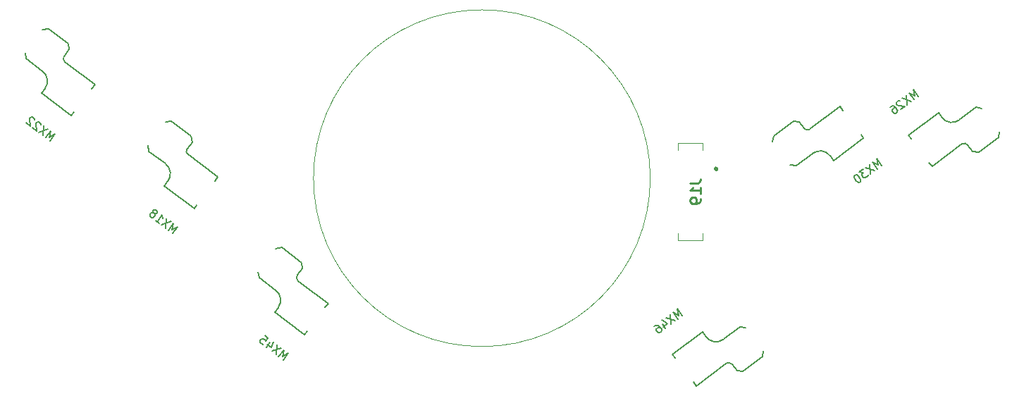
<source format=gbr>
G04 #@! TF.GenerationSoftware,KiCad,Pcbnew,(5.1.4)-1*
G04 #@! TF.CreationDate,2024-04-24T20:57:57-04:00*
G04 #@! TF.ProjectId,ThumbsUp,5468756d-6273-4557-902e-6b696361645f,rev?*
G04 #@! TF.SameCoordinates,Original*
G04 #@! TF.FileFunction,Legend,Bot*
G04 #@! TF.FilePolarity,Positive*
%FSLAX46Y46*%
G04 Gerber Fmt 4.6, Leading zero omitted, Abs format (unit mm)*
G04 Created by KiCad (PCBNEW (5.1.4)-1) date 2024-04-24 20:57:57*
%MOMM*%
%LPD*%
G04 APERTURE LIST*
%ADD10C,0.120000*%
%ADD11C,0.150000*%
%ADD12C,0.100000*%
%ADD13C,0.400000*%
%ADD14C,0.254000*%
G04 APERTURE END LIST*
D10*
X376079928Y-12550000D02*
G75*
G03X376079928Y-12550000I-20229928J0D01*
G01*
D11*
X378762274Y-33760658D02*
X379063181Y-34159976D01*
X382356134Y-31052491D02*
X378762274Y-33760658D01*
X382777404Y-31611536D02*
X382356134Y-31052491D01*
X385184665Y-34806077D02*
G75*
G02X385884890Y-34904488I300907J-399318D01*
G01*
X389582836Y-33996089D02*
X387186930Y-35801534D01*
X389681247Y-33295863D02*
X389582836Y-33996089D01*
X387574894Y-30500639D02*
X386874669Y-30402229D01*
X381590805Y-37514245D02*
X385184664Y-34806078D01*
X385884890Y-34904488D02*
X386486705Y-35703123D01*
X387186930Y-35801534D02*
X386486705Y-35703123D01*
X384878081Y-31906767D02*
G75*
G02X382777404Y-31611536I-902723J1197954D01*
G01*
X386874669Y-30402229D02*
X384878080Y-31906766D01*
X381229716Y-37035064D02*
X381590805Y-37514245D01*
X334543171Y-31364752D02*
X334844079Y-30965434D01*
X330949311Y-28656584D02*
X334543171Y-31364752D01*
X331370582Y-28097539D02*
X330949311Y-28656584D01*
X333777841Y-24902997D02*
G75*
G02X333679432Y-24202772I300908J399317D01*
G01*
X331786930Y-20898466D02*
X334182836Y-22703911D01*
X331086705Y-20996877D02*
X331786930Y-20898466D01*
X328980352Y-23792101D02*
X329078762Y-24492326D01*
X337371702Y-27611165D02*
X333777842Y-24902997D01*
X333679432Y-24202772D02*
X334281247Y-23404137D01*
X334182836Y-22703911D02*
X334281247Y-23404137D01*
X331075351Y-25996864D02*
G75*
G02X331370582Y-28097539I-902722J-1197953D01*
G01*
X329078762Y-24492326D02*
X331075351Y-25996864D01*
X337010613Y-28090346D02*
X337371702Y-27611165D01*
X401702757Y-7717981D02*
X401401850Y-7318663D01*
X398108897Y-10426148D02*
X401702757Y-7717981D01*
X397687627Y-9867103D02*
X398108897Y-10426148D01*
X395280366Y-6672562D02*
G75*
G02X394580141Y-6574151I-300907J399318D01*
G01*
X390882195Y-7482550D02*
X393278101Y-5677105D01*
X390783784Y-8182776D02*
X390882195Y-7482550D01*
X392890137Y-10978000D02*
X393590362Y-11076410D01*
X398874226Y-3964394D02*
X395280367Y-6672561D01*
X394580141Y-6574151D02*
X393978326Y-5775516D01*
X393278101Y-5677105D02*
X393978326Y-5775516D01*
X395586950Y-9571872D02*
G75*
G02X397687627Y-9867103I902723J-1197954D01*
G01*
X393590362Y-11076410D02*
X395586951Y-9571873D01*
X399235315Y-4443575D02*
X398874226Y-3964394D01*
X407102062Y-7405719D02*
X407402969Y-7805037D01*
X410695922Y-4697552D02*
X407102062Y-7405719D01*
X411117192Y-5256597D02*
X410695922Y-4697552D01*
X413524453Y-8451138D02*
G75*
G02X414224678Y-8549549I300907J-399318D01*
G01*
X417922624Y-7641150D02*
X415526718Y-9446595D01*
X418021035Y-6940924D02*
X417922624Y-7641150D01*
X415914682Y-4145700D02*
X415214457Y-4047290D01*
X409930593Y-11159306D02*
X413524452Y-8451139D01*
X414224678Y-8549549D02*
X414826493Y-9348184D01*
X415526718Y-9446595D02*
X414826493Y-9348184D01*
X413217869Y-5551828D02*
G75*
G02X411117192Y-5256597I-902723J1197954D01*
G01*
X415214457Y-4047290D02*
X413217868Y-5551827D01*
X409569504Y-10680125D02*
X409930593Y-11159306D01*
X306525678Y-5042415D02*
X306826586Y-4643097D01*
X302931818Y-2334247D02*
X306525678Y-5042415D01*
X303353089Y-1775202D02*
X302931818Y-2334247D01*
X305760348Y1419340D02*
G75*
G02X305661939Y2119565I300908J399317D01*
G01*
X303769437Y5423871D02*
X306165343Y3618426D01*
X303069212Y5325460D02*
X303769437Y5423871D01*
X300962859Y2530236D02*
X301061269Y1830011D01*
X309354209Y-1288828D02*
X305760349Y1419340D01*
X305661939Y2119565D02*
X306263754Y2918200D01*
X306165343Y3618426D02*
X306263754Y2918200D01*
X303057858Y325473D02*
G75*
G02X303353089Y-1775202I-902722J-1197953D01*
G01*
X301061269Y1830011D02*
X303057858Y325473D01*
X308993120Y-1768009D02*
X309354209Y-1288828D01*
X321300435Y-16175992D02*
X321601343Y-15776674D01*
X317706575Y-13467824D02*
X321300435Y-16175992D01*
X318127846Y-12908779D02*
X317706575Y-13467824D01*
X320535105Y-9714237D02*
G75*
G02X320436696Y-9014012I300908J399317D01*
G01*
X318544194Y-5709706D02*
X320940100Y-7515151D01*
X317843969Y-5808117D02*
X318544194Y-5709706D01*
X315737616Y-8603341D02*
X315836026Y-9303566D01*
X324128966Y-12422405D02*
X320535106Y-9714237D01*
X320436696Y-9014012D02*
X321038511Y-8215377D01*
X320940100Y-7515151D02*
X321038511Y-8215377D01*
X317832615Y-10808104D02*
G75*
G02X318127846Y-12908779I-902722J-1197953D01*
G01*
X315836026Y-9303566D02*
X317832615Y-10808104D01*
X323767877Y-12901586D02*
X324128966Y-12422405D01*
D12*
X379400000Y-9150000D02*
X379400000Y-8300000D01*
X379400000Y-8300000D02*
X382400000Y-8300000D01*
X382400000Y-8300000D02*
X382400000Y-9150000D01*
X379400000Y-19150000D02*
X379400000Y-20000000D01*
X379400000Y-20000000D02*
X382400000Y-20000000D01*
X382400000Y-20000000D02*
X382400000Y-19150000D01*
D13*
X383950000Y-11450000D02*
X383950000Y-11450000D01*
X383950000Y-11350000D02*
X383950000Y-11350000D01*
X383950000Y-11350000D02*
G75*
G03X383950000Y-11450000I0J-50000D01*
G01*
X383950000Y-11450000D02*
G75*
G03X383950000Y-11350000I0J50000D01*
G01*
D11*
X379932561Y-29062750D02*
X379330746Y-28264115D01*
X379494402Y-29035174D01*
X378798322Y-28665325D01*
X379400137Y-29463960D01*
X378494080Y-28894588D02*
X378563471Y-30094433D01*
X377961656Y-29295798D02*
X379095895Y-29693223D01*
X377515747Y-30049193D02*
X377916957Y-30581617D01*
X377476635Y-29601662D02*
X378096655Y-30028826D01*
X377602261Y-30401378D01*
X376554537Y-30356138D02*
X376706658Y-30241507D01*
X376811376Y-30222221D01*
X376878064Y-30231594D01*
X377040098Y-30288369D01*
X377192760Y-30411832D01*
X377422023Y-30716074D01*
X377441308Y-30820793D01*
X377431936Y-30887481D01*
X377384533Y-30982827D01*
X377232412Y-31097458D01*
X377127694Y-31116744D01*
X377061006Y-31107371D01*
X376965660Y-31059969D01*
X376822370Y-30869817D01*
X376803085Y-30765099D01*
X376812457Y-30698411D01*
X376859860Y-30603065D01*
X377011981Y-30488433D01*
X377116700Y-30469148D01*
X377183388Y-30478520D01*
X377278734Y-30525923D01*
X331974418Y-34377974D02*
X332576233Y-33579338D01*
X331880153Y-33949187D01*
X332043809Y-33178128D01*
X331441994Y-33976764D01*
X331739567Y-32948865D02*
X330605328Y-33346291D01*
X331207143Y-32547655D02*
X331137752Y-33747501D01*
X330360024Y-32326684D02*
X329958814Y-32859107D01*
X330779438Y-32165731D02*
X330539721Y-32879474D01*
X330045328Y-32506922D01*
X329761993Y-31458657D02*
X330142296Y-31745235D01*
X329893747Y-32154196D01*
X329884375Y-32087508D01*
X329836972Y-31992162D01*
X329646821Y-31848872D01*
X329542103Y-31829587D01*
X329475415Y-31838959D01*
X329380069Y-31886362D01*
X329236779Y-32076513D01*
X329217494Y-32181232D01*
X329226866Y-32247920D01*
X329274269Y-32343266D01*
X329464420Y-32486555D01*
X329569139Y-32505841D01*
X329635827Y-32496468D01*
X403891208Y-11017781D02*
X403289393Y-10219146D01*
X403453049Y-10990205D01*
X402756969Y-10620356D01*
X403358784Y-11418991D01*
X402452727Y-10849619D02*
X402522118Y-12049464D01*
X401920303Y-11250829D02*
X403054542Y-11648254D01*
X401692122Y-11422776D02*
X401197728Y-11795328D01*
X401693203Y-11898965D01*
X401579112Y-11984939D01*
X401531710Y-12080285D01*
X401522337Y-12146973D01*
X401541623Y-12251691D01*
X401684912Y-12441842D01*
X401780258Y-12489245D01*
X401846946Y-12498617D01*
X401951664Y-12479332D01*
X402179846Y-12307385D01*
X402227249Y-12212039D01*
X402236621Y-12145351D01*
X400703335Y-12167880D02*
X400627274Y-12225196D01*
X400579872Y-12320542D01*
X400570499Y-12387230D01*
X400589785Y-12491948D01*
X400666386Y-12672727D01*
X400809675Y-12862879D01*
X400962337Y-12986342D01*
X401057683Y-13033744D01*
X401124371Y-13043117D01*
X401229089Y-13023831D01*
X401305150Y-12966516D01*
X401352553Y-12871170D01*
X401361925Y-12804481D01*
X401342640Y-12699763D01*
X401266038Y-12518984D01*
X401122749Y-12328833D01*
X400970087Y-12205370D01*
X400874741Y-12157967D01*
X400808053Y-12148595D01*
X400703335Y-12167880D01*
X408272349Y-2707811D02*
X407670534Y-1909176D01*
X407834190Y-2680235D01*
X407138110Y-2310386D01*
X407739925Y-3109021D01*
X406833868Y-2539649D02*
X406903259Y-3739494D01*
X406301444Y-2940859D02*
X407435683Y-3338284D01*
X406092548Y-3217524D02*
X406025860Y-3208152D01*
X405921142Y-3227437D01*
X405730990Y-3370726D01*
X405683588Y-3466072D01*
X405674215Y-3532761D01*
X405693501Y-3637479D01*
X405750817Y-3713540D01*
X405874820Y-3798972D01*
X406675078Y-3911441D01*
X406180684Y-4283993D01*
X404894325Y-4001199D02*
X405046446Y-3886568D01*
X405151164Y-3867282D01*
X405217852Y-3876655D01*
X405379886Y-3933430D01*
X405532548Y-4056893D01*
X405761811Y-4361135D01*
X405781096Y-4465854D01*
X405771724Y-4532542D01*
X405724321Y-4627888D01*
X405572200Y-4742519D01*
X405467482Y-4761805D01*
X405400794Y-4752432D01*
X405305448Y-4705030D01*
X405162158Y-4514878D01*
X405142873Y-4410160D01*
X405152245Y-4343472D01*
X405199648Y-4248126D01*
X405351769Y-4133494D01*
X405456488Y-4114209D01*
X405523176Y-4123581D01*
X405618522Y-4170984D01*
X303956925Y-8055637D02*
X304558740Y-7257001D01*
X303862660Y-7626850D01*
X304026316Y-6855791D01*
X303424501Y-7654427D01*
X303722074Y-6626528D02*
X302587835Y-7023954D01*
X303189650Y-6225318D02*
X303120259Y-7425164D01*
X302866123Y-6100774D02*
X302856750Y-6034086D01*
X302809348Y-5938740D01*
X302619196Y-5795450D01*
X302514478Y-5776165D01*
X302447790Y-5785537D01*
X302352444Y-5832940D01*
X302295128Y-5909001D01*
X302247185Y-6051749D01*
X302359654Y-6852007D01*
X301865260Y-6479455D01*
X302105517Y-5527617D02*
X302096145Y-5460929D01*
X302048742Y-5365583D01*
X301858591Y-5222293D01*
X301753873Y-5203008D01*
X301687184Y-5212380D01*
X301591838Y-5259783D01*
X301534523Y-5335843D01*
X301486579Y-5478592D01*
X301599048Y-6278850D01*
X301104655Y-5906297D01*
X318731682Y-19189214D02*
X319333497Y-18390578D01*
X318637417Y-18760427D01*
X318801073Y-17989368D01*
X318199258Y-18788004D01*
X318496831Y-17760105D02*
X317362592Y-18157531D01*
X317964407Y-17358895D02*
X317895016Y-18558741D01*
X316640017Y-17613032D02*
X317096380Y-17956926D01*
X316868199Y-17784979D02*
X317470014Y-16986343D01*
X317460101Y-17157750D01*
X317478845Y-17291126D01*
X317526248Y-17386472D01*
X316527548Y-16812774D02*
X316632267Y-16832060D01*
X316698955Y-16822687D01*
X316794301Y-16775284D01*
X316822959Y-16737254D01*
X316842244Y-16632536D01*
X316832872Y-16565848D01*
X316785469Y-16470502D01*
X316633348Y-16355870D01*
X316528630Y-16336585D01*
X316461941Y-16345957D01*
X316366595Y-16393360D01*
X316337938Y-16431390D01*
X316318652Y-16536109D01*
X316328025Y-16602797D01*
X316375427Y-16698143D01*
X316527548Y-16812774D01*
X316574951Y-16908120D01*
X316584323Y-16974808D01*
X316565038Y-17079527D01*
X316450406Y-17231648D01*
X316355060Y-17279050D01*
X316288372Y-17288423D01*
X316183654Y-17269137D01*
X316031533Y-17154506D01*
X315984130Y-17059160D01*
X315974758Y-16992472D01*
X315994043Y-16887753D01*
X316108675Y-16735632D01*
X316204021Y-16688230D01*
X316270709Y-16678857D01*
X316375427Y-16698143D01*
D14*
X380854523Y-13121904D02*
X381761666Y-13121904D01*
X381943095Y-13061428D01*
X382064047Y-12940476D01*
X382124523Y-12759047D01*
X382124523Y-12638095D01*
X382124523Y-14391904D02*
X382124523Y-13666190D01*
X382124523Y-14029047D02*
X380854523Y-14029047D01*
X381035952Y-13908095D01*
X381156904Y-13787142D01*
X381217380Y-13666190D01*
X382124523Y-14996666D02*
X382124523Y-15238571D01*
X382064047Y-15359523D01*
X382003571Y-15420000D01*
X381822142Y-15540952D01*
X381580238Y-15601428D01*
X381096428Y-15601428D01*
X380975476Y-15540952D01*
X380915000Y-15480476D01*
X380854523Y-15359523D01*
X380854523Y-15117619D01*
X380915000Y-14996666D01*
X380975476Y-14936190D01*
X381096428Y-14875714D01*
X381398809Y-14875714D01*
X381519761Y-14936190D01*
X381580238Y-14996666D01*
X381640714Y-15117619D01*
X381640714Y-15359523D01*
X381580238Y-15480476D01*
X381519761Y-15540952D01*
X381398809Y-15601428D01*
M02*

</source>
